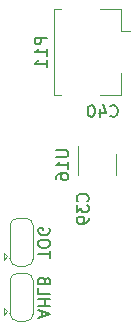
<source format=gbr>
G04 #@! TF.GenerationSoftware,KiCad,Pcbnew,(5.0.0)*
G04 #@! TF.CreationDate,2020-04-25T19:52:07+02:00*
G04 #@! TF.ProjectId,ButtonBoard,427574746F6E426F6172642E6B696361,rev?*
G04 #@! TF.SameCoordinates,Original*
G04 #@! TF.FileFunction,Legend,Bot*
G04 #@! TF.FilePolarity,Positive*
%FSLAX46Y46*%
G04 Gerber Fmt 4.6, Leading zero omitted, Abs format (unit mm)*
G04 Created by KiCad (PCBNEW (5.0.0)) date 04/25/20 19:52:07*
%MOMM*%
%LPD*%
G01*
G04 APERTURE LIST*
%ADD10C,0.120000*%
%ADD11C,0.150000*%
G04 APERTURE END LIST*
D10*
G04 #@! TO.C,TOG*
X65716300Y-116300100D02*
X65416300Y-116000100D01*
X65416300Y-116600100D02*
X65416300Y-116000100D01*
X65716300Y-116300100D02*
X65416300Y-116600100D01*
X66616300Y-117150100D02*
X67216300Y-117150100D01*
X65916300Y-113700100D02*
X65916300Y-116500100D01*
X67216300Y-113050100D02*
X66616300Y-113050100D01*
X67916300Y-116500100D02*
X67916300Y-113700100D01*
X67916300Y-113750100D02*
G75*
G03X67216300Y-113050100I-700000J0D01*
G01*
X66616300Y-113050100D02*
G75*
G03X65916300Y-113750100I0J-700000D01*
G01*
X65916300Y-116450100D02*
G75*
G03X66616300Y-117150100I700000J0D01*
G01*
X67216300Y-117150100D02*
G75*
G03X67916300Y-116450100I0J700000D01*
G01*
G04 #@! TO.C,AHLB*
X67216300Y-121811000D02*
G75*
G03X67916300Y-121111000I0J700000D01*
G01*
X65916300Y-121111000D02*
G75*
G03X66616300Y-121811000I700000J0D01*
G01*
X66616300Y-117711000D02*
G75*
G03X65916300Y-118411000I0J-700000D01*
G01*
X67916300Y-118411000D02*
G75*
G03X67216300Y-117711000I-700000J0D01*
G01*
X67916300Y-121161000D02*
X67916300Y-118361000D01*
X67216300Y-117711000D02*
X66616300Y-117711000D01*
X65916300Y-118361000D02*
X65916300Y-121161000D01*
X66616300Y-121811000D02*
X67216300Y-121811000D01*
X65716300Y-120961000D02*
X65416300Y-121261000D01*
X65416300Y-121261000D02*
X65416300Y-120661000D01*
X65716300Y-120961000D02*
X65416300Y-120661000D01*
G04 #@! TO.C,P11*
X73535000Y-95340000D02*
X75335000Y-95340000D01*
X75335000Y-95340000D02*
X75335000Y-97190000D01*
X75335000Y-97190000D02*
X76075000Y-97190000D01*
X73535000Y-102660000D02*
X75335000Y-102660000D01*
X75335000Y-102660000D02*
X75335000Y-100810000D01*
X70215000Y-95340000D02*
X69665000Y-95340000D01*
X69665000Y-95340000D02*
X69665000Y-102660000D01*
X69665000Y-102660000D02*
X70215000Y-102660000D01*
G04 #@! TO.C,U16*
X74914400Y-107646900D02*
X74914400Y-109446900D01*
X71694400Y-109446900D02*
X71694400Y-106996900D01*
G04 #@! TD*
G04 #@! TO.C,TOG*
D11*
X69318119Y-116409623D02*
X69318119Y-115838195D01*
X68318119Y-116123909D02*
X69318119Y-116123909D01*
X69318119Y-115314385D02*
X69318119Y-115123909D01*
X69270500Y-115028671D01*
X69175261Y-114933433D01*
X68984785Y-114885814D01*
X68651452Y-114885814D01*
X68460976Y-114933433D01*
X68365738Y-115028671D01*
X68318119Y-115123909D01*
X68318119Y-115314385D01*
X68365738Y-115409623D01*
X68460976Y-115504861D01*
X68651452Y-115552480D01*
X68984785Y-115552480D01*
X69175261Y-115504861D01*
X69270500Y-115409623D01*
X69318119Y-115314385D01*
X69270500Y-113933433D02*
X69318119Y-114028671D01*
X69318119Y-114171528D01*
X69270500Y-114314385D01*
X69175261Y-114409623D01*
X69080023Y-114457242D01*
X68889547Y-114504861D01*
X68746690Y-114504861D01*
X68556214Y-114457242D01*
X68460976Y-114409623D01*
X68365738Y-114314385D01*
X68318119Y-114171528D01*
X68318119Y-114076290D01*
X68365738Y-113933433D01*
X68413357Y-113885814D01*
X68746690Y-113885814D01*
X68746690Y-114076290D01*
G04 #@! TO.C,AHLB*
X68616533Y-121427666D02*
X68616533Y-120951476D01*
X68330819Y-121522904D02*
X69330819Y-121189571D01*
X68330819Y-120856238D01*
X68330819Y-120522904D02*
X69330819Y-120522904D01*
X68854628Y-120522904D02*
X68854628Y-119951476D01*
X68330819Y-119951476D02*
X69330819Y-119951476D01*
X68330819Y-118999095D02*
X68330819Y-119475285D01*
X69330819Y-119475285D01*
X68854628Y-118332428D02*
X68807009Y-118189571D01*
X68759390Y-118141952D01*
X68664152Y-118094333D01*
X68521295Y-118094333D01*
X68426057Y-118141952D01*
X68378438Y-118189571D01*
X68330819Y-118284809D01*
X68330819Y-118665761D01*
X69330819Y-118665761D01*
X69330819Y-118332428D01*
X69283200Y-118237190D01*
X69235580Y-118189571D01*
X69140342Y-118141952D01*
X69045104Y-118141952D01*
X68949866Y-118189571D01*
X68902247Y-118237190D01*
X68854628Y-118332428D01*
X68854628Y-118665761D01*
G04 #@! TO.C,C39*
X72491542Y-111625142D02*
X72539161Y-111577523D01*
X72586780Y-111434666D01*
X72586780Y-111339428D01*
X72539161Y-111196571D01*
X72443923Y-111101333D01*
X72348685Y-111053714D01*
X72158209Y-111006095D01*
X72015352Y-111006095D01*
X71824876Y-111053714D01*
X71729638Y-111101333D01*
X71634400Y-111196571D01*
X71586780Y-111339428D01*
X71586780Y-111434666D01*
X71634400Y-111577523D01*
X71682019Y-111625142D01*
X71586780Y-111958476D02*
X71586780Y-112577523D01*
X71967733Y-112244190D01*
X71967733Y-112387047D01*
X72015352Y-112482285D01*
X72062971Y-112529904D01*
X72158209Y-112577523D01*
X72396304Y-112577523D01*
X72491542Y-112529904D01*
X72539161Y-112482285D01*
X72586780Y-112387047D01*
X72586780Y-112101333D01*
X72539161Y-112006095D01*
X72491542Y-111958476D01*
X72586780Y-113053714D02*
X72586780Y-113244190D01*
X72539161Y-113339428D01*
X72491542Y-113387047D01*
X72348685Y-113482285D01*
X72158209Y-113529904D01*
X71777257Y-113529904D01*
X71682019Y-113482285D01*
X71634400Y-113434666D01*
X71586780Y-113339428D01*
X71586780Y-113148952D01*
X71634400Y-113053714D01*
X71682019Y-113006095D01*
X71777257Y-112958476D01*
X72015352Y-112958476D01*
X72110590Y-113006095D01*
X72158209Y-113053714D01*
X72205828Y-113148952D01*
X72205828Y-113339428D01*
X72158209Y-113434666D01*
X72110590Y-113482285D01*
X72015352Y-113529904D01*
G04 #@! TO.C,C40*
X74429857Y-104393942D02*
X74477476Y-104441561D01*
X74620333Y-104489180D01*
X74715571Y-104489180D01*
X74858428Y-104441561D01*
X74953666Y-104346323D01*
X75001285Y-104251085D01*
X75048904Y-104060609D01*
X75048904Y-103917752D01*
X75001285Y-103727276D01*
X74953666Y-103632038D01*
X74858428Y-103536800D01*
X74715571Y-103489180D01*
X74620333Y-103489180D01*
X74477476Y-103536800D01*
X74429857Y-103584419D01*
X73572714Y-103822514D02*
X73572714Y-104489180D01*
X73810809Y-103441561D02*
X74048904Y-104155847D01*
X73429857Y-104155847D01*
X72858428Y-103489180D02*
X72763190Y-103489180D01*
X72667952Y-103536800D01*
X72620333Y-103584419D01*
X72572714Y-103679657D01*
X72525095Y-103870133D01*
X72525095Y-104108228D01*
X72572714Y-104298704D01*
X72620333Y-104393942D01*
X72667952Y-104441561D01*
X72763190Y-104489180D01*
X72858428Y-104489180D01*
X72953666Y-104441561D01*
X73001285Y-104393942D01*
X73048904Y-104298704D01*
X73096523Y-104108228D01*
X73096523Y-103870133D01*
X73048904Y-103679657D01*
X73001285Y-103584419D01*
X72953666Y-103536800D01*
X72858428Y-103489180D01*
G04 #@! TO.C,P11*
X69027380Y-97785714D02*
X68027380Y-97785714D01*
X68027380Y-98166666D01*
X68075000Y-98261904D01*
X68122619Y-98309523D01*
X68217857Y-98357142D01*
X68360714Y-98357142D01*
X68455952Y-98309523D01*
X68503571Y-98261904D01*
X68551190Y-98166666D01*
X68551190Y-97785714D01*
X69027380Y-99309523D02*
X69027380Y-98738095D01*
X69027380Y-99023809D02*
X68027380Y-99023809D01*
X68170238Y-98928571D01*
X68265476Y-98833333D01*
X68313095Y-98738095D01*
X69027380Y-100261904D02*
X69027380Y-99690476D01*
X69027380Y-99976190D02*
X68027380Y-99976190D01*
X68170238Y-99880952D01*
X68265476Y-99785714D01*
X68313095Y-99690476D01*
G04 #@! TO.C,U16*
X69856780Y-107308804D02*
X70666304Y-107308804D01*
X70761542Y-107356423D01*
X70809161Y-107404042D01*
X70856780Y-107499280D01*
X70856780Y-107689757D01*
X70809161Y-107784995D01*
X70761542Y-107832614D01*
X70666304Y-107880233D01*
X69856780Y-107880233D01*
X70856780Y-108880233D02*
X70856780Y-108308804D01*
X70856780Y-108594519D02*
X69856780Y-108594519D01*
X69999638Y-108499280D01*
X70094876Y-108404042D01*
X70142495Y-108308804D01*
X69856780Y-109737376D02*
X69856780Y-109546900D01*
X69904400Y-109451661D01*
X69952019Y-109404042D01*
X70094876Y-109308804D01*
X70285352Y-109261185D01*
X70666304Y-109261185D01*
X70761542Y-109308804D01*
X70809161Y-109356423D01*
X70856780Y-109451661D01*
X70856780Y-109642138D01*
X70809161Y-109737376D01*
X70761542Y-109784995D01*
X70666304Y-109832614D01*
X70428209Y-109832614D01*
X70332971Y-109784995D01*
X70285352Y-109737376D01*
X70237733Y-109642138D01*
X70237733Y-109451661D01*
X70285352Y-109356423D01*
X70332971Y-109308804D01*
X70428209Y-109261185D01*
G04 #@! TD*
M02*

</source>
